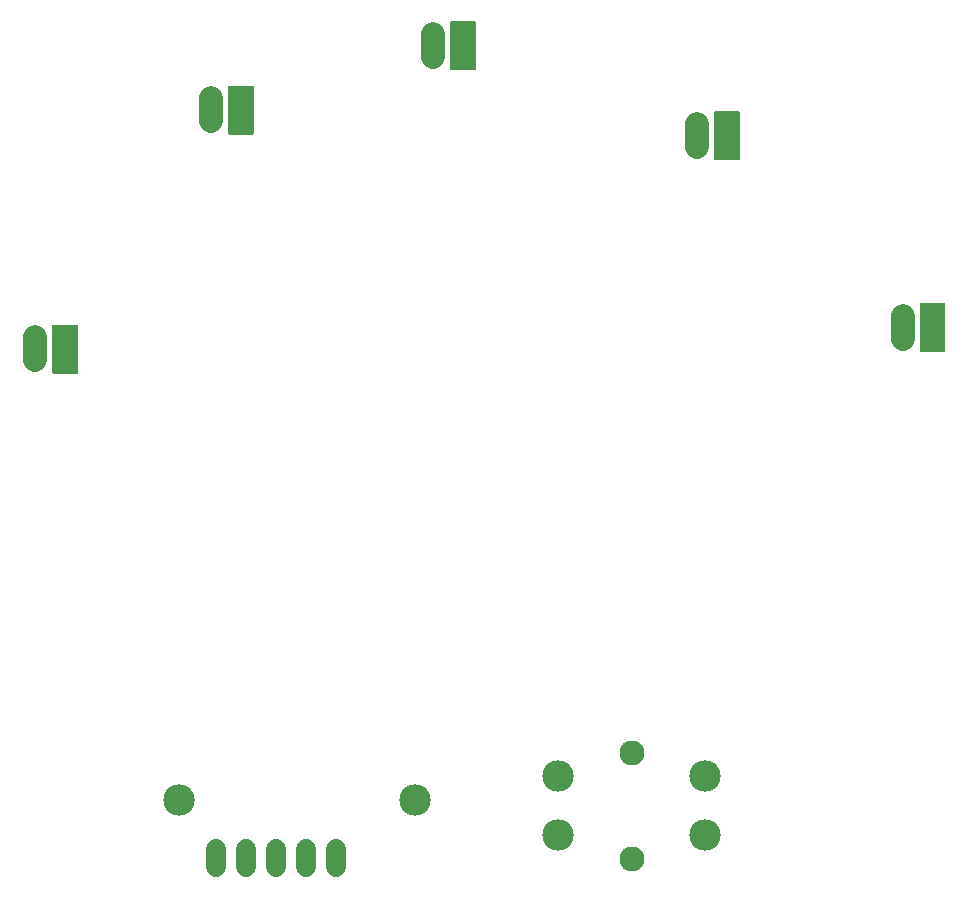
<source format=gbr>
G04 EAGLE Gerber RS-274X export*
G75*
%MOMM*%
%FSLAX34Y34*%
%LPD*%
%INSoldermask Bottom*%
%IPPOS*%
%AMOC8*
5,1,8,0,0,1.08239X$1,22.5*%
G01*
%ADD10C,2.667000*%
%ADD11R,2.006600X2.006600*%
%ADD12C,2.057400*%
%ADD13C,2.127000*%
%ADD14C,1.651000*%

G36*
X499638Y811788D02*
X499638Y811788D01*
X499657Y811786D01*
X499759Y811808D01*
X499861Y811825D01*
X499878Y811834D01*
X499898Y811838D01*
X499987Y811891D01*
X500078Y811940D01*
X500092Y811954D01*
X500109Y811964D01*
X500176Y812043D01*
X500248Y812118D01*
X500256Y812136D01*
X500269Y812151D01*
X500308Y812247D01*
X500351Y812341D01*
X500353Y812361D01*
X500361Y812379D01*
X500379Y812546D01*
X500379Y851662D01*
X500376Y851682D01*
X500378Y851701D01*
X500356Y851803D01*
X500340Y851905D01*
X500331Y851921D01*
X500351Y851965D01*
X500357Y852017D01*
X500372Y852067D01*
X500370Y852138D01*
X500378Y852209D01*
X500367Y852260D01*
X500366Y852312D01*
X500341Y852380D01*
X500326Y852450D01*
X500299Y852494D01*
X500281Y852543D01*
X500237Y852599D01*
X500200Y852661D01*
X500160Y852695D01*
X500128Y852735D01*
X500067Y852774D01*
X500013Y852821D01*
X499965Y852840D01*
X499921Y852868D01*
X499851Y852886D01*
X499785Y852913D01*
X499713Y852921D01*
X499682Y852929D01*
X499659Y852927D01*
X499618Y852931D01*
X479298Y852931D01*
X479278Y852928D01*
X479259Y852930D01*
X479157Y852908D01*
X479055Y852892D01*
X479038Y852882D01*
X479018Y852878D01*
X478929Y852825D01*
X478838Y852776D01*
X478824Y852762D01*
X478807Y852752D01*
X478740Y852673D01*
X478669Y852598D01*
X478660Y852580D01*
X478647Y852565D01*
X478608Y852469D01*
X478565Y852375D01*
X478563Y852355D01*
X478555Y852337D01*
X478537Y852170D01*
X478537Y812546D01*
X478540Y812526D01*
X478538Y812507D01*
X478560Y812405D01*
X478577Y812303D01*
X478586Y812286D01*
X478590Y812266D01*
X478643Y812177D01*
X478692Y812086D01*
X478706Y812072D01*
X478716Y812055D01*
X478795Y811988D01*
X478870Y811917D01*
X478888Y811908D01*
X478903Y811895D01*
X478999Y811856D01*
X479093Y811813D01*
X479113Y811811D01*
X479131Y811803D01*
X479298Y811785D01*
X499618Y811785D01*
X499638Y811788D01*
G37*
G36*
X311932Y757178D02*
X311932Y757178D01*
X311951Y757176D01*
X312053Y757198D01*
X312155Y757215D01*
X312172Y757224D01*
X312192Y757228D01*
X312281Y757281D01*
X312372Y757330D01*
X312386Y757344D01*
X312403Y757354D01*
X312470Y757433D01*
X312542Y757508D01*
X312550Y757526D01*
X312563Y757541D01*
X312602Y757637D01*
X312645Y757731D01*
X312647Y757751D01*
X312655Y757769D01*
X312673Y757936D01*
X312673Y797052D01*
X312670Y797072D01*
X312672Y797091D01*
X312650Y797193D01*
X312634Y797295D01*
X312625Y797311D01*
X312645Y797355D01*
X312651Y797407D01*
X312666Y797457D01*
X312664Y797528D01*
X312672Y797599D01*
X312661Y797650D01*
X312660Y797702D01*
X312635Y797770D01*
X312620Y797840D01*
X312593Y797884D01*
X312575Y797933D01*
X312531Y797989D01*
X312494Y798051D01*
X312454Y798085D01*
X312422Y798125D01*
X312361Y798164D01*
X312307Y798211D01*
X312259Y798230D01*
X312215Y798258D01*
X312145Y798276D01*
X312079Y798303D01*
X312007Y798311D01*
X311976Y798319D01*
X311953Y798317D01*
X311912Y798321D01*
X291592Y798321D01*
X291572Y798318D01*
X291553Y798320D01*
X291451Y798298D01*
X291349Y798282D01*
X291332Y798272D01*
X291312Y798268D01*
X291223Y798215D01*
X291132Y798166D01*
X291118Y798152D01*
X291101Y798142D01*
X291034Y798063D01*
X290963Y797988D01*
X290954Y797970D01*
X290941Y797955D01*
X290902Y797859D01*
X290859Y797765D01*
X290857Y797745D01*
X290849Y797727D01*
X290831Y797560D01*
X290831Y757936D01*
X290834Y757916D01*
X290832Y757897D01*
X290854Y757795D01*
X290871Y757693D01*
X290880Y757676D01*
X290884Y757656D01*
X290937Y757567D01*
X290986Y757476D01*
X291000Y757462D01*
X291010Y757445D01*
X291089Y757378D01*
X291164Y757307D01*
X291182Y757298D01*
X291197Y757285D01*
X291293Y757246D01*
X291387Y757203D01*
X291407Y757201D01*
X291425Y757193D01*
X291592Y757175D01*
X311912Y757175D01*
X311932Y757178D01*
G37*
G36*
X723158Y735588D02*
X723158Y735588D01*
X723177Y735586D01*
X723279Y735608D01*
X723381Y735625D01*
X723398Y735634D01*
X723418Y735638D01*
X723507Y735691D01*
X723598Y735740D01*
X723612Y735754D01*
X723629Y735764D01*
X723696Y735843D01*
X723768Y735918D01*
X723776Y735936D01*
X723789Y735951D01*
X723828Y736047D01*
X723871Y736141D01*
X723873Y736161D01*
X723881Y736179D01*
X723899Y736346D01*
X723899Y775462D01*
X723896Y775482D01*
X723898Y775501D01*
X723876Y775603D01*
X723860Y775705D01*
X723851Y775721D01*
X723871Y775765D01*
X723877Y775817D01*
X723892Y775867D01*
X723890Y775938D01*
X723898Y776009D01*
X723887Y776060D01*
X723886Y776112D01*
X723861Y776180D01*
X723846Y776250D01*
X723819Y776294D01*
X723801Y776343D01*
X723757Y776399D01*
X723720Y776461D01*
X723680Y776495D01*
X723648Y776535D01*
X723587Y776574D01*
X723533Y776621D01*
X723485Y776640D01*
X723441Y776668D01*
X723371Y776686D01*
X723305Y776713D01*
X723233Y776721D01*
X723202Y776729D01*
X723179Y776727D01*
X723138Y776731D01*
X702818Y776731D01*
X702798Y776728D01*
X702779Y776730D01*
X702677Y776708D01*
X702575Y776692D01*
X702558Y776682D01*
X702538Y776678D01*
X702449Y776625D01*
X702358Y776576D01*
X702344Y776562D01*
X702327Y776552D01*
X702260Y776473D01*
X702189Y776398D01*
X702180Y776380D01*
X702167Y776365D01*
X702128Y776269D01*
X702085Y776175D01*
X702083Y776155D01*
X702075Y776137D01*
X702057Y775970D01*
X702057Y736346D01*
X702060Y736326D01*
X702058Y736307D01*
X702080Y736205D01*
X702097Y736103D01*
X702106Y736086D01*
X702110Y736066D01*
X702163Y735977D01*
X702212Y735886D01*
X702226Y735872D01*
X702236Y735855D01*
X702315Y735788D01*
X702390Y735717D01*
X702408Y735708D01*
X702423Y735695D01*
X702519Y735656D01*
X702613Y735613D01*
X702633Y735611D01*
X702651Y735603D01*
X702818Y735585D01*
X723138Y735585D01*
X723158Y735588D01*
G37*
G36*
X897402Y573028D02*
X897402Y573028D01*
X897421Y573026D01*
X897523Y573048D01*
X897625Y573065D01*
X897642Y573074D01*
X897662Y573078D01*
X897751Y573131D01*
X897842Y573180D01*
X897856Y573194D01*
X897873Y573204D01*
X897940Y573283D01*
X898012Y573358D01*
X898020Y573376D01*
X898033Y573391D01*
X898072Y573487D01*
X898115Y573581D01*
X898117Y573601D01*
X898125Y573619D01*
X898143Y573786D01*
X898143Y612902D01*
X898140Y612922D01*
X898142Y612941D01*
X898120Y613043D01*
X898104Y613145D01*
X898095Y613161D01*
X898115Y613205D01*
X898121Y613257D01*
X898136Y613307D01*
X898134Y613378D01*
X898142Y613449D01*
X898131Y613500D01*
X898130Y613552D01*
X898105Y613620D01*
X898090Y613690D01*
X898063Y613734D01*
X898045Y613783D01*
X898001Y613839D01*
X897964Y613901D01*
X897924Y613935D01*
X897892Y613975D01*
X897831Y614014D01*
X897777Y614061D01*
X897729Y614080D01*
X897685Y614108D01*
X897615Y614126D01*
X897549Y614153D01*
X897477Y614161D01*
X897446Y614169D01*
X897423Y614167D01*
X897382Y614171D01*
X877062Y614171D01*
X877042Y614168D01*
X877023Y614170D01*
X876921Y614148D01*
X876819Y614132D01*
X876802Y614122D01*
X876782Y614118D01*
X876693Y614065D01*
X876602Y614016D01*
X876588Y614002D01*
X876571Y613992D01*
X876504Y613913D01*
X876433Y613838D01*
X876424Y613820D01*
X876411Y613805D01*
X876372Y613709D01*
X876329Y613615D01*
X876327Y613595D01*
X876319Y613577D01*
X876301Y613410D01*
X876301Y573786D01*
X876304Y573766D01*
X876302Y573747D01*
X876324Y573645D01*
X876341Y573543D01*
X876350Y573526D01*
X876354Y573506D01*
X876407Y573417D01*
X876456Y573326D01*
X876470Y573312D01*
X876480Y573295D01*
X876559Y573228D01*
X876634Y573157D01*
X876652Y573148D01*
X876667Y573135D01*
X876763Y573096D01*
X876857Y573053D01*
X876877Y573051D01*
X876895Y573043D01*
X877062Y573025D01*
X897382Y573025D01*
X897402Y573028D01*
G37*
G36*
X163088Y554740D02*
X163088Y554740D01*
X163107Y554738D01*
X163209Y554760D01*
X163311Y554777D01*
X163328Y554786D01*
X163348Y554790D01*
X163437Y554843D01*
X163528Y554892D01*
X163542Y554906D01*
X163559Y554916D01*
X163626Y554995D01*
X163698Y555070D01*
X163706Y555088D01*
X163719Y555103D01*
X163758Y555199D01*
X163801Y555293D01*
X163803Y555313D01*
X163811Y555331D01*
X163829Y555498D01*
X163829Y594614D01*
X163826Y594634D01*
X163828Y594653D01*
X163806Y594755D01*
X163790Y594857D01*
X163781Y594873D01*
X163801Y594917D01*
X163807Y594969D01*
X163822Y595019D01*
X163820Y595090D01*
X163828Y595161D01*
X163817Y595212D01*
X163816Y595264D01*
X163791Y595332D01*
X163776Y595402D01*
X163749Y595446D01*
X163731Y595495D01*
X163687Y595551D01*
X163650Y595613D01*
X163610Y595647D01*
X163578Y595687D01*
X163517Y595726D01*
X163463Y595773D01*
X163415Y595792D01*
X163371Y595820D01*
X163301Y595838D01*
X163235Y595865D01*
X163163Y595873D01*
X163132Y595881D01*
X163109Y595879D01*
X163068Y595883D01*
X142748Y595883D01*
X142728Y595880D01*
X142709Y595882D01*
X142607Y595860D01*
X142505Y595844D01*
X142488Y595834D01*
X142468Y595830D01*
X142379Y595777D01*
X142288Y595728D01*
X142274Y595714D01*
X142257Y595704D01*
X142190Y595625D01*
X142119Y595550D01*
X142110Y595532D01*
X142097Y595517D01*
X142058Y595421D01*
X142015Y595327D01*
X142013Y595307D01*
X142005Y595289D01*
X141987Y595122D01*
X141987Y555498D01*
X141990Y555478D01*
X141988Y555459D01*
X142010Y555357D01*
X142027Y555255D01*
X142036Y555238D01*
X142040Y555218D01*
X142093Y555129D01*
X142142Y555038D01*
X142156Y555024D01*
X142166Y555007D01*
X142245Y554940D01*
X142320Y554869D01*
X142338Y554860D01*
X142353Y554847D01*
X142449Y554808D01*
X142543Y554765D01*
X142563Y554763D01*
X142581Y554755D01*
X142748Y554737D01*
X163068Y554737D01*
X163088Y554740D01*
G37*
D10*
X448954Y193371D03*
X248954Y193371D03*
D11*
X301752Y778256D03*
D12*
X276352Y787908D02*
X276352Y768604D01*
D10*
X569960Y213722D03*
X694960Y213722D03*
X569960Y163722D03*
X694960Y163722D03*
D13*
X632460Y143722D03*
X632460Y233722D03*
D11*
X152908Y575818D03*
D12*
X127508Y585470D02*
X127508Y566166D01*
D11*
X887222Y594106D03*
D12*
X861822Y603758D02*
X861822Y584454D01*
D11*
X712978Y756666D03*
D12*
X687578Y766318D02*
X687578Y747014D01*
D14*
X382524Y152400D02*
X382524Y137160D01*
X357124Y137160D02*
X357124Y152400D01*
X331724Y152400D02*
X331724Y137160D01*
X306324Y137160D02*
X306324Y152400D01*
X280924Y152400D02*
X280924Y137160D01*
D11*
X489458Y832866D03*
D12*
X464058Y842518D02*
X464058Y823214D01*
M02*

</source>
